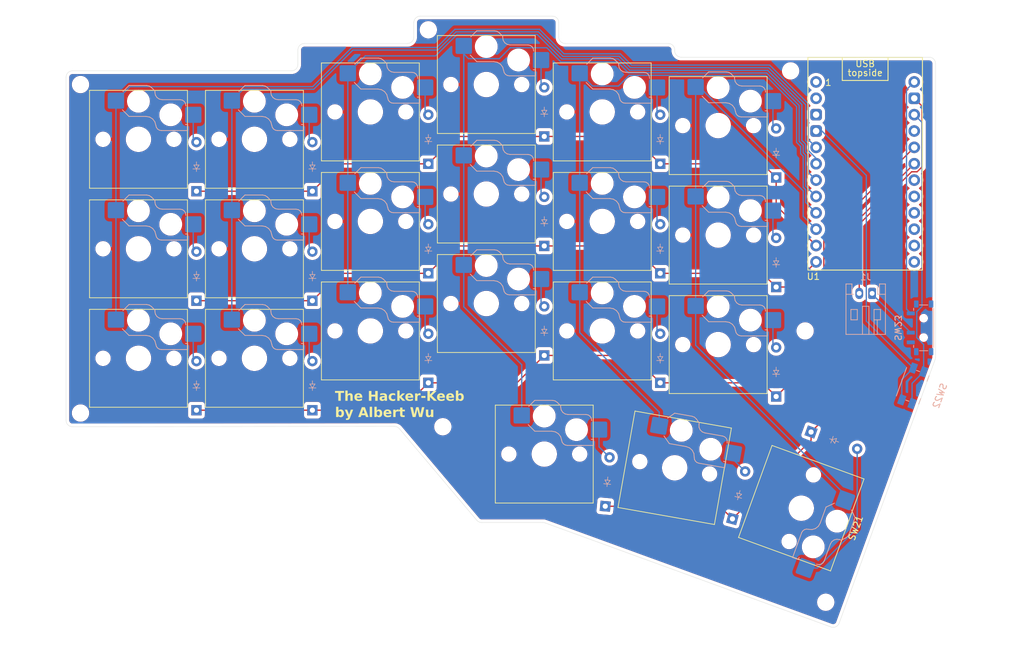
<source format=kicad_pcb>
(kicad_pcb (version 20241229) (generator "pcbnew") (generator_version "9.0")
  (layers (0 "F.Cu" signal) (2 "B.Cu" signal) (13 "F.Paste" user) (15 "B.Paste" user) (5 "F.SilkS" user "F.Silkscreen") (7 "B.SilkS" user "B.Silkscreen") (1 "F.Mask" user) (3 "B.Mask" user) (25 "Edge.Cuts" user))
  (net 0 "")
  (net 1 "Net-(D1-A)")
  (net 2 "Row 1")
  (net 3 "Net-(D2-A)")
  (net 4 "Net-(D3-A)")
  (net 5 "Net-(D4-A)")
  (net 6 "Net-(D5-A)")
  (net 7 "Net-(D6-A)")
  (net 8 "Column 6")
  (net 9 "Net-(D7-A)")
  (net 10 "Net-(D8-A)")
  (net 11 "Net-(D9-A)")
  (net 12 "Net-(D10-A)")
  (net 13 "Net-(D11-A)")
  (net 14 "Net-(D12-A)")
  (net 15 "Net-(D13-A)")
  (net 16 "Net-(D14-A)")
  (net 17 "Net-(D15-A)")
  (net 18 "Net-(D16-A)")
  (net 19 "Net-(D17-A)")
  (net 20 "Net-(D18-A)")
  (net 21 "Net-(D19-A)")
  (net 22 "Row 4")
  (net 23 "Net-(D20-A)")
  (net 24 "Net-(D21-A)")
  (net 25 "Column 1")
  (net 26 "Column 2")
  (net 27 "Column 3")
  (net 28 "Column 4")
  (net 29 "Column 5")
  (net 30 "Row 2")
  (net 31 "Row 3")
  (net 32 "Bat+")
  (net 33 "Net-(J1-Pin_1)")
  (net 41 "GND(Battery)")
  (net 43 "GND(Reset)")
  (net 46 "Reset")
  (footprint "ScottoKeebs_Hotswap:Hotswap_Choc_V1_1.00u" (layer "F.Cu") (at 67.5 95.625)
    (property "Reference" "SW8" (hide yes))
    (property "Value" "Keyswitch" (hide yes))
  )
  (footprint "MountingHole:MountingHole_2.2mm_M2" (layer "F.Cu") (at 96.75 123.25)
    (property "Reference" "REF**" (hide yes))
    (property "Value" "MountingHole_2.2mm_M2" (hide yes))
  )
  (footprint "ScottoKeebs_Hotswap:Hotswap_Choc_V1_1.00u" (layer "F.Cu") (at 85.5 91.375)
    (property "Reference" "SW9" (hide yes))
    (property "Value" "Keyswitch" (hide yes))
  )
  (footprint "MountingHole:MountingHole_2.2mm_M2" (layer "F.Cu") (at 153 108.375)
    (property "Reference" "REF**" (hide yes))
    (property "Value" "MountingHole_2.2mm_M2" (hide yes))
  )
  (footprint "MountingHole:MountingHole_2.2mm_M2" (layer "F.Cu") (at 156.2 150.5)
    (property "Reference" "REF**" (hide yes))
    (property "Value" "MountingHole_2.2mm_M2" (hide yes))
  )
  (footprint "ScottoKeebs_Hotswap:Hotswap_Choc_V1_1.50u" (layer "F.Cu") (at 152.4 135.9 -110)
    (property "Reference" "SW21")
    (property "Value" "Keyswitch")
  )
  (footprint "ScottoKeebs_Hotswap:Hotswap_Choc_V1_1.00u" (layer "F.Cu") (at 103.5 104.125)
    (property "Reference" "SW16" (hide yes))
    (property "Value" "Keyswitch" (hide yes))
  )
  (footprint "ScottoKeebs_Hotswap:Hotswap_Choc_V1_1.00u" (layer "F.Cu") (at 139.5 93.5)
    (property "Reference" "SW12" (hide yes))
    (property "Value" "Keyswitch" (hide yes))
  )
  (footprint "MountingHole:MountingHole_2.2mm_M2" (layer "F.Cu") (at 40.5 70.125)
    (property "Reference" "REF**" (hide yes))
    (property "Value" "MountingHole_2.2mm_M2" (hide yes))
  )
  (footprint "MountingHole:MountingHole_2.2mm_M2" (layer "F.Cu") (at 94.5 61.625)
    (property "Reference" "REF**" (hide yes))
    (property "Value" "MountingHole_2.2mm_M2" (hide yes))
  )
  (footprint "ScottoKeebs_Hotswap:Hotswap_Choc_V1_1.00u" (layer "F.Cu") (at 121.5 108.375)
    (property "Reference" "SW17" (hide yes))
    (property "Value" "Keyswitch" (hide yes))
  )
  (footprint "ScottoKeebs_Hotswap:Hotswap_Choc_V1_1.00u" (layer "F.Cu") (at 85.5 74.375)
    (property "Reference" "SW3" (hide yes))
    (property "Value" "Keyswitch" (hide yes))
  )
  (footprint "ScottoKeebs_Hotswap:Hotswap_Choc_V1_1.00u" (layer "F.Cu") (at 132.75 129.625 -10)
    (property "Reference" "SW20" (hide yes))
    (property "Value" "Keyswitch" (hide yes))
  )
  (footprint "ScottoKeebs_Hotswap:Hotswap_Choc_V1_1.00u" (layer "F.Cu") (at 67.5 78.625)
    (property "Reference" "SW2" (hide yes))
    (property "Value" "Keyswitch" (hide yes))
  )
  (footprint "ScottoKeebs_Hotswap:Hotswap_Choc_V1_1.00u" (layer "F.Cu") (at 85.5 108.375)
    (property "Reference" "SW15" (hide yes))
    (property "Value" "Keyswitch" (hide yes))
  )
  (footprint "supermini:SuperMini_nRF52840_H_USBup" (layer "F.Cu") (at 162.32 83.69)
    (property "Reference" "U1")
    (property "Value" "SuperMini nRF52840")
  )
  (footprint "ScottoKeebs_Hotswap:Hotswap_Choc_V1_1.00u" (layer "F.Cu") (at 139.5 110.5)
    (property "Reference" "SW18" (hide yes))
    (property "Value" "Keyswitch" (hide yes))
  )
  (footprint "ScottoKeebs_Hotswap:Hotswap_Choc_V1_1.00u" (layer "F.Cu") (at 112.5 127.5)
    (property "Reference" "SW19" (hide yes))
    (property "Value" "Keyswitch" (hide yes))
  )
  (footprint "ScottoKeebs_Hotswap:Hotswap_Choc_V1_1.00u" (layer "F.Cu") (at 49.5 78.625)
    (property "Reference" "SW1" (hide yes))
    (property "Value" "Keyswitch" (hide yes))
  )
  (footprint "ScottoKeebs_Hotswap:Hotswap_Choc_V1_1.00u" (layer "F.Cu") (at 49.5 112.625)
    (property "Reference" "SW13" (hide yes))
    (property "Value" "Keyswitch" (hide yes))
  )
  (footprint "ScottoKeebs_Hotswap:Hotswap_Choc_V1_1.00u" (layer "F.Cu") (at 103.5 87.125)
    (property "Reference" "SW10" (hide yes))
    (property "Value" "Keyswitch" (hide yes))
  )
  (footprint "ScottoKeebs_Hotswap:Hotswap_Choc_V1_1.00u" (layer "F.Cu") (at 121.5 91.375)
    (property "Reference" "SW11" (hide yes))
    (property "Value" "Keyswitch" (hide yes))
  )
  (footprint "ScottoKeebs_Hotswap:Hotswap_Choc_V1_1.00u" (layer "F.Cu") (at 103.5 70.125)
    (property "Reference" "SW4" (hide yes))
    (property "Value" "Keyswitch" (hide yes))
  )
  (footprint "ScottoKeebs_Hotswap:Hotswap_Choc_V1_1.00u" (layer "F.Cu") (at 67.5 112.625)
    (property "Reference" "SW14" (hide yes))
    (property "Value" "Keyswitch" (hide yes))
  )
  (footprint "ScottoKeebs_Hotswap:Hotswap_Choc_V1_1.00u" (layer "F.Cu") (at 121.5 74.375)
    (property "Reference" "SW5" (hide yes))
    (property "Value" "Keyswitch" (hide yes))
  )
  (footprint "ScottoKeebs_Hotswap:Hotswap_Choc_V1_1.00u" (layer "F.Cu") (at 49.5 95.625)
    (property "Reference" "SW7" (hide yes))
    (property "Value" "Keyswitch" (hide yes))
  )
  (footprint "MountingHole:MountingHole_2.2mm_M2" (layer "F.Cu") (at 150.75 68)
    (property "Reference" "REF**" (hide yes))
    (property "Value" "MountingHole_2.2mm_M2" (hide yes))
  )
  (footprint "ScottoKeebs_Hotswap:Hotswap_Choc_V1_1.00u" (layer "F.Cu") (at 139.5 76.5)
    (property "Reference" "SW6" (hide yes))
    (property "Value" "Keyswitch" (hide yes))
  )
  (footprint "MountingHole:MountingHole_2.2mm_M2" (layer "F.Cu") (at 40.5 121.125)
    (property "Reference" "REF**" (hide yes))
    (property "Value" "MountingHole_2.2mm_M2" (hide yes))
  )
  (footprint "ScottoKeebs_Components:Diode_DO-35" (layer "B.Cu") (at 76.5 86.685 90)
    (property "Reference" "D2" (hide yes))
    (property "Value" "1N4148" (hide yes))
  )
  (footprint "ScottoKeebs_Components:Diode_DO-35" (layer "B.Cu") (at 94.5 99.435 90)
    (property "Reference" "D9" (hide yes))
    (property "Value" "1N4148" (hide yes))
  )
  (footprint "ScottoKeebs_Components:Diode_DO-35" (layer "B.Cu") (at 94.5 82.435 90)
    (property "Reference" "D3" (hide yes))
    (property "Value" "1N4148" (hide yes))
  )
  (footprint "ScottoKeebs_Components:Diode_DO-35" (layer "B.Cu") (at 112.5 112.185 90)
    (property "Reference" "D16" (hide yes))
    (property "Value" "1N4148" (hide yes))
  )
  (footprint "ScottoKeebs_Components:Diode_DO-35" (layer "B.Cu") (at 112.5 78.185 90)
    (property "Reference" "D4" (hide yes))
    (property "Value" "1N4148" (hide yes))
  )
  (footprint "Button_Switch_SMD:Panasonic_EVQPUJ_EVQPUA" (layer "B.Cu") (at 169.7 116.9 70)
    (property "Reference" "SW22")
    (property "Value" "SW_Push")
  )
  (footprint "ScottoKeebs_Components:Diode_DO-35" (layer "B.Cu") (at 148.5 101.56 90)
    (property "Reference" "D12" (hide yes))
    (property "Value" "1N4148" (hide yes))
  )
  (footprint "ScottoKeebs_Components:Diode_DO-35" (layer "B.Cu") (at 76.5 120.685 90)
    (property "Reference" "D14" (hide yes))
    (property "Value" "1N4148" (hide yes))
  )
  (footprint "ScottoKeebs_Components:Diode_DO-35" (layer "B.Cu") (at 141.713901 137.555177 75)
    (property "Reference" "D20" (hide yes))
    (property "Value" "1N4148" (hide yes))
  )
  (footprint "ScottoKeebs_Components:Diode_DO-35" (layer "B.Cu") (at 130.5 99.435 90)
    (property "Reference" "D11" (hide yes))
    (property "Value" "1N4148" (hide yes))
  )
  (footprint "ScottoKeebs_Components:Diode_DO-35" (layer "B.Cu") (at 153.91977 124.071904 -20)
    (property "Reference" "D21" (hide yes))
    (property "Value" "1N4148" (hide yes))
  )
  (footprint "Connector_JST:JST_PH_S2B-PH-K_1x02_P2.00mm_Horizontal" (layer "B.Cu") (at 163.4 102.55 180)
    (property "Reference" "J1")
    (property "Value" "Conn_01x02")
  )
  (footprint "ScottoKeebs_Components:Diode_DO-35" (layer "B.Cu") (at 130.5 116.435 90)
    (property "Reference" "D17" (hide yes))
    (property "Value" "1N4148" (hide yes))
  )
  (footprint "ScottoKeebs_Components:Diode_DO-35" (layer "B.Cu") (at 121.967937 135.595502 85)
    (property "Reference" "D19" (hide yes))
    (property "Value" "1N4148" (hide yes))
  )
  (footprint "ScottoKeebs_Components:Diode_DO-35" (layer "B.Cu") (at 58.5 120.685 90)
    (property "Reference" "D13" (hide yes))
    (property "Value" "1N4148" (hide yes))
  )
  (footprint "ScottoKeebs_Components:Switch_MSK12C02" (layer "B.Cu") (at 171.4 107.9 90)
    (property "Reference" "SW23")
    (property "Value" "SW_SPST")
  )
  (footprint "ScottoKeebs_Components:Diode_DO-35" (layer "B.Cu") (at 76.5 103.685 90)
    (property "Reference" "D8" (hide yes))
    (property "Value" "1N4148" (hide yes))
  )
  (footprint "ScottoKeebs_Components:Diode_DO-35" (layer "B.Cu") (at 58.5 103.685 90)
    (property "Reference" "D7" (hide yes))
    (property "Value" "1N4148" (hide yes))
  )
  (footprint "ScottoKeebs_Components:Diode_DO-35" (layer "B.Cu") (at 94.5 116.435 90)
    (property "Reference" "D15" (hide yes))
    (property "Value" "1N4148" (hide yes))
  )
  (footprint "ScottoKeebs_Components:Diode_DO-35" (layer "B.Cu") (at 130.5 82.435 90)
    (property "Reference" "D5" (hide yes))
    (property "Value" "1N4148" (hide yes))
  )
  (footprint "ScottoKeebs_Components:Diode_DO-35" (layer "B.Cu") (at 148.5 84.56 90)
    (property "Reference" "D6" (hide yes))
    (property "Value" "1N4148" (hide yes))
  )
  (footprint "ScottoKeebs_Components:Diode_DO-35" (layer "B.Cu") (at 58.5 86.685 90)
    (property "Reference" "D1" (hide yes))
    (property "Value" "1N4148" (hide yes))
  )
  (footprint "ScottoKeebs_Components:Diode_DO-35" (layer "B.Cu") (at 148.5 118.56 90)
    (property "Reference" "D18" (hide yes))
    (property "Value" "1N4148" (hide yes))
  )
  (footprint "ScottoKeebs_Components:Diode_DO-35" (layer "B.Cu") (at 112.5 95.185 90)
    (property "Reference" "D10" (hide yes))
    (property "Value" "1N4148" (hide yes))
  )
  (gr_arc (start 74.25 67) (mid 73.957107 67.707107) (end 73.25 68) (stroke (width 0.05)) (layer "Edge.Cuts"))
  (gr_line (start 92.25 62.75) (end 92.25 60.5) (stroke (width 0.05)) (layer "Edge.Cuts"))
  (gr_line (start 147.330455 150.814308) (end 157.004625 154.335906) (stroke (width 0.05)) (layer "Edge.Cuts"))
  (gr_line (start 39.25 68) (end 73.25 68) (stroke (width 0.05)) (layer "Edge.Cuts"))
  (gr_line (start 75.25 63.75) (end 91.25 63.75) (stroke (width 0.05)) (layer "Edge.Cuts"))
  (gr_arc (start 89.235453 123.20046) (mid 89.656852 123.293124) (end 89.999986 123.554701) (stroke (width 0.05)) (layer "Edge.Cuts"))
  (gr_line (start 102.786631 138.125) (end 112.289938 138.125) (stroke (width 0.05)) (layer "Edge.Cuts"))
  (gr_line (start 39.25 123.25) (end 89.235453 123.20046) (stroke (width 0.05)) (layer "Edge.Cuts"))
  (gr_line (start 133.75 65.875) (end 172.23 65.875) (stroke (width 0.05)) (layer "Edge.Cuts"))
  (gr_line (start 93.25 59.5) (end 113.75 59.5) (stroke (width 0.05)) (layer "Edge.Cuts"))
  (gr_arc (start 133.75 65.875) (mid 133.042893 65.582107) (end 132.75 64.875) (stroke (width 0.05)) (layer "Edge.Cuts"))
  (gr_line (start 74.25 67) (end 74.25 64.75) (stroke (width 0.05)) (layer "Edge.Cuts"))
  (gr_arc (start 158.286389 153.738223) (mid 157.769294 154.302516) (end 157.004625 154.335906) (stroke (width 0.05)) (layer "Edge.Cuts"))
  (gr_line (start 173.25 66.875) (end 173.25 112.446207) (stroke (width 0.05)) (layer "Edge.Cuts"))
  (gr_line (start 89.999986 123.554701) (end 102.023089 137.770758) (stroke (width 0.05)) (layer "Edge.Cuts"))
  (gr_arc (start 39.25 123.25) (mid 38.542893 122.957107) (end 38.25 122.25) (stroke (width 0.05)) (layer "Edge.Cuts"))
  (gr_arc (start 113.75 59.5) (mid 114.457107 59.792893) (end 114.75 60.5) (stroke (width 0.05)) (layer "Edge.Cuts"))
  (gr_arc (start 74.25 64.75) (mid 74.542893 64.042893) (end 75.25 63.75) (stroke (width 0.05)) (layer "Edge.Cuts"))
  (gr_arc (start 172.23 65.875) (mid 172.950141 66.160716) (end 173.2502 66.875) (stroke (width 0.05)) (layer "Edge.Cuts"))
  (gr_arc (start 115.75 63.75) (mid 115.042893 63.457107) (end 114.75 62.75) (stroke (width 0.05)) (layer "Edge.Cuts"))
  (gr_arc (start 131.75 63.75) (mid 132.457107 64.042893) (end 132.75 64.75) (stroke (width 0.05)) (layer "Edge.Cuts"))
  (gr_line (start 147.330455 150.814308) (end 112.631953 138.185306) (stroke (width 0.05)) (layer "Edge.Cuts"))
  (gr_line (start 115.75 63.75) (end 131.75 63.75) (stroke (width 0.05)) (layer "Edge.Cuts"))
  (gr_arc (start 38.25 69) (mid 38.542893 68.292893) (end 39.25 68) (stroke (width 0.05)) (layer "Edge.Cuts"))
  (gr_line (start 132.75 64.75) (end 132.75 64.875) (stroke (width 0.05)) (layer "Edge.Cuts"))
  (gr_arc (start 112.289938 138.125) (mid 112.463582 138.140198) (end 112.631953 138.185306) (stroke (width 0.05)) (layer "Edge.Cuts"))
  (gr_arc (start 102.786631 138.125) (mid 102.365766 138.032138) (end 102.023089 137.770758) (stroke (width 0.05)) (layer "Edge.Cuts"))
  (gr_arc (start 92.25 62.75) (mid 91.957107 63.457107) (end 91.25 63.75) (stroke (width 0.05)) (layer "Edge.Cuts"))
  (gr_arc (start 92.25 60.5) (mid 92.542893 59.792893) (end 93.25 59.5) (stroke (width 0.05)) (layer "Edge.Cuts"))
  (gr_arc (start 173.25 112.446207) (mid 173.234808 112.619845) (end 173.189699 112.788209) (stroke (width 0.05)) (layer "Edge.Cuts"))
  (gr_line (start 173.189699 112.788209) (end 158.286389 153.738223) (stroke (width 0.05)) (layer "Edge.Cuts"))
  (gr_line (start 38.25 122.25) (end 38.25 69) (stroke (width 0.05)) (layer "Edge.Cuts"))
  (gr_line (start 114.75 60.5) (end 114.75 62.75) (stroke (width 0.05)) (layer "Edge.Cuts"))
  (gr_text "The Hacker-Keeb\nby Albert Wu" (at 80 122 0) (layer "F.SilkS") (effects (font (size 1.5 1.5) (thickness 0.3) (bold yes)) (justify left bottom)))
  (segment (start 58 78.565) (end 58.5 79.065) (width 0.2) (layer "B.Cu") (net 1))
  (segment (start 58 74.825) (end 58 78.565) (width 0.2) (layer "B.Cu") (net 1))
  (segment (start 148.5 88.92) (end 148.5 84.56) (width 0.2) (layer "F.Cu") (net 2))
  (segment (start 94.5 82.435) (end 98.75 78.185) (width 0.2) (layer "F.Cu") (net 2))
  (segment (start 154.7 95.12) (end 148.5 88.92) (width 0.2) (layer "F.Cu") (net 2))
  (segment (start 98.75 78.185) (end 112.5 78.185) (width 0.2) (layer "F.Cu") (net 2))
  (segment (start 76.5 86.685) (end 80.75 82.435) (width 0.2) (layer "F.Cu") (net 2))
  (segment (start 126.25 78.185) (end 130.5 82.435) (width 0.2) (layer "F.Cu") (net 2))
  (segment (start 130.5 82.435) (end 146.375 82.435) (width 0.2) (layer "F.Cu") (net 2))
  (segment (start 112.5 78.185) (end 126.25 78.185) (width 0.2) (layer "F.Cu") (net 2))
  (segment (start 58.5 86.685) (end 76.5 86.685) (width 0.2) (layer "F.Cu") (net 2))
  (segment (start 146.375 82.435) (end 148.5 84.56) (width 0.2) (layer "F.Cu") (net 2))
  (segment (start 80.75 82.435) (end 94.5 82.435) (width 0.2) (layer "F.Cu") (net 2))
  (segment (start 76 78.565) (end 76.5 79.065) (width 0.2) (layer "B.Cu") (net 3))
  (segment (start 76 74.825) (end 76 78.565) (width 0.2) (layer "B.Cu") (net 3))
  (segment (start 94 74.315) (end 94.5 74.815) (width 0.2) (layer "B.Cu") (net 4))
  (segment (start 94 70.575) (end 94 74.315) (width 0.2) (layer "B.Cu") (net 4))
  (segment (start 112 66.325) (end 112 70.065) (width 0.2) (layer "B.Cu") (net 5))
  (segment (start 112 70.065) (end 112.5 70.565) (width 0.2) (layer "B.Cu") (net 5))
  (segment (start 130 74.315) (end 130.5 74.815) (width 0.2) (layer "B.Cu") (net 6))
  (segment (start 130 70.575) (end 130 74.315) (width 0.2) (layer "B.Cu") (net 6))
  (segment (start 148 76.44) (end 148.5 76.94) (width 0.2) (layer "B.Cu") (net 7))
  (segment (start 148 72.7) (end 148 76.44) (width 0.2) (layer "B.Cu") (net 7))
  (segment (start 159.235226 133.845915) (end 159.235226 134.663197) (width 0.2) (layer "B.Cu") (net 8))
  (segment (start 136 110.610689) (end 159.235226 133.845915) (width 0.2) (layer "B.Cu") (net 8))
  (segment (start 136 104.5) (end 136 110.610689) (width 0.2) (layer "B.Cu") (net 8))
  (segment (start 152.699 86.631785) (end 152.699 90.579) (width 0.2) (layer "B.Cu") (net 8))
  (segment (start 152.699 90.579) (end 154.7 92.58) (width 0.2) (layer "B.Cu") (net 8))
  (segment (start 136 70.5) (end 136.567215 70.5) (width 0.2) (layer "B.Cu") (net 8))
  (segment (start 136 87.5) (end 136 104.5) (width 0.2) (layer "B.Cu") (net 8))
  (segment (start 136 70.5) (end 136 87.5) (width 0.2) (layer "B.Cu") (net 8))
  (segment (start 136.567215 70.5) (end 152.699 86.631785) (width 0.2) (layer "B.Cu") (net 8))
  (segment (start 58 91.825) (end 58 95.565) (width 0.2) (layer "B.Cu") (net 9))
  (segment (start 58 95.565) (end 58.5 96.065) (width 0.2) (layer "B.Cu") (net 9))
  (segment (start 76 91.825) (end 76 95.565) (width 0.2) (layer "B.Cu") (net 10))
  (segment (start 76 95.565) (end 76.5 96.065) (width 0.2) (layer "B.Cu") (net 10))
  (segment (start 94 91.315) (end 94.5 91.815) (width 0.2) (layer "B.Cu") (net 11))
  (segment (start 94 87.575) (end 94 91.315) (width 0.2) (layer "B.Cu") (net 11))
  (segment (start 112 83.325) (end 112 87.065) (width 0.2) (layer "B.Cu") (net 12))
  (segment (start 112 87.065) (end 112.5 87.565) (width 0.2) (layer "B.Cu") (net 12))
  (segment (start 130 91.315) (end 130.5 91.815) (width 0.2) (layer "B.Cu") (net 13))
  (segment (start 130 87.575) (end 130 91.315) (width 0.2) (layer "B.Cu") (net 13))
  (segment (start 148 89.7) (end 148 93.44) (width 0.2) (layer "B.Cu") (net 14))
  (segment (start 148 93.44) (end 148.5 93.94) (width 0.2) (layer "B.Cu") (net 14))
  (segment (start 58 112.565) (end 58.5 113.065) (width 0.2) (layer "B.Cu") (net 15))
  (segment (start 58 108.825) (end 58 112.565) (width 0.2) (layer "B.Cu") (net 15))
  (segment (start 76 112.565) (end 76.5 113.065) (width 0.2) (layer "B.Cu") (net 16))
  (segment (start 76 108.825) (end 76 112.565) (width 0.2) (layer "B.Cu") (net 16))
  (segment (start 94 104.575) (end 94 108.315) (width 0.2) (layer "B.Cu") (net 17))
  (segment (start 94 108.315) (end 94.5 108.815) (width 0.2) (layer "B.Cu") (net 17))
  (segment (start 112 104.065) (end 112.5 104.565) (width 0.2) (layer "B.Cu") (net 18))
  (segment (start 112 100.325) (end 112 104.065) (width 0.2) (layer "B.Cu") (net 18))
  (segment (start 130 108.315) (end 130.5 108.815) (width 0.2) (layer "B.Cu") (net 19))
  (segment (start 130 104.575) (end 130 108.315) (width 0.2) (layer "B.Cu") (net 19))
  (segment (start 148 106.7) (end 148 110.44) (width 0.2) (layer "B.Cu") (net 20))
  (segment (start 148 110.44) (end 148.5 110.94) (width 0.2) (layer "B.Cu") (net 20))
  (segment (start 121 123.7) (end 121 126.372434) (width 0.2) (layer "B.Cu") (net 21))
  (segment (start 121 126.372434) (end 122.632064 128.004498) (width 0.2) (layer "B.Cu") (net 21))
  (segment (start 156.302 121.689674) (end 153.91977 124.071904) (width 0.2) (layer "F.Cu") (net 22))
  (segment (start 121.967937 135.595502) (end 139.754226 135.595502) (width 0.2) (layer "F.Cu") (net 22))
  (segment (start 156.302 96.058) (end 156.302 121.689674) (width 0.2) (layer "F.Cu") (net 22))
  (segment (start 139.754226 135.595502) (end 141.713901 137.555177) (width 0.2) (layer "F.Cu") (net 22))
  (segment (start 153.91977 125.349308) (end 153.91977 124.071904) (width 0.2) (layer "F.Cu") (net 22))
  (segment (start 169.94 82.42) (end 156.302 96.058) (width 0.2) (layer "F.Cu") (net 22))
  (segment (start 141.713901 137.555177) (end 153.91977 125.349308) (width 0.2) (layer "F.Cu") (net 22))
  (segment (start 141.780729 127.35874) (end 141.780729 128.289449) (width 0.2) (layer "B.Cu") (net 23))
  (segment (start 141.780729 128.289449) (end 143.686102 130.194822) (width 0.2) (layer "B.Cu") (net 23))
  (segment (start 154.88496 145.187064) (end 161.080228 138.991796) (width 0.2) (layer "B.Cu") (net 24))
  (segment (start 153.06366 145.187064) (end 154.88496 145.187064) (width 0.2) (layer "B.Cu") (net 24))
  (segment (start 161.080228 138.991796) (end 161.080228 126.678097) (width 0.2) (layer "B.Cu") (net 24))
  (segment (start 111.759 61.549) (end 115.56 65.35) (width 0.2) (layer "B.Cu") (net 25))
  (segment (start 76.547326 70.448) (end 82.624224 64.371102) (width 0.2) (layer "B.Cu") (net 25))
  (segment (start 126.048999 67.098999) (end 147.488999 67.098999) (width 0.2) (layer "B.Cu") (net 25))
  (segment (start 124.3 65.35) (end 126.048999 67.098999) (width 0.2) (layer "B.Cu") (net 25))
  (segment (start 46 89.625) (end 46 106.625) (width 0.2) (layer "B.Cu") (net 25))
  (segment (start 48.177 70.448) (end 76.547326 70.448) (width 0.2) (layer "B.Cu") (net 25))
  (segment (start 95.80571 64.371102) (end 98.627812 61.549) (width 0.2) (layer "B.Cu") (net 25))
  (segment (start 46 72.625) (end 48.177 70.448) (width 0.2) (layer "B.Cu") (net 25))
  (segment (start 153.499 73.109) (end 153.499 78.679) (width 0.2) (layer "B.Cu") (net 25))
  (segment (start 98.627812 61.549) (end 111.759 61.549) (width 0.2) (layer "B.Cu") (net 25))
  (segment (start 153.499 78.679) (end 154.7 79.88) (width 0.2) (layer "B.Cu") (net 25))
  (segment (start 115.56 65.35) (end 124.3 65.35) (width 0.2) (layer "B.Cu") (net 25))
  (segment (start 82.624224 64.371102) (end 95.80571 64.371102) (width 0.2) (layer "B.Cu") (net 25))
  (segment (start 46 72.625) (end 46 89.625) (width 0.2) (layer "B.Cu") (net 25))
  (segment (start 147.488999 67.098999) (end 153.499 73.109) (width 0.2) (layer "B.Cu") (net 25))
  (segment (start 153.499 79.244686) (end 153.499 80.377471) (width 0.2) (layer "B.Cu") (net 26))
  (segment (start 154.7 81.578471) (end 154.7 82.42) (width 0.2) (layer "B.Cu") (net 26))
  (segment (start 111.594314 61.95) (end 115.394315 65.75) (width 0.2) (layer "B.Cu") (net 26))
  (segment (start 95.97081 64.773102) (end 96.392912 64.351) (width 0.2) (layer "B.Cu") (net 26))
  (segment (start 96.392912 64.351) (end 96.394326 64.351) (width 0.2) (layer "B.Cu") (net 26))
  (segment (start 153.099 78.844686) (end 153.499 79.244686) (width 0.2) (layer "B.Cu") (net 26))
  (segment (start 147.334314 67.51) (end 153.099 73.274686) (width 0.2) (layer "B.Cu") (net 26))
  (segment (start 153.499 80.377471) (end 154.7 81.578471) (width 0.2) (layer "B.Cu") (net 26))
  (segment (start 133.5 67.51) (end 147.334314 67.51) (width 0.2) (layer "B.Cu") (net 26))
  (segment (start 82.790738 64.773102) (end 95.97081 64.773102) (width 0.2) (layer "B.Cu") (net 26))
  (segment (start 64 106.625) (end 64 72.625) (width 0.2) (layer "B.Cu") (net 26))
  (segment (start 64 72.625) (end 65.776 70.849) (width 0.2) (layer "B.Cu") (net 26))
  (segment (start 133.488999 67.498999) (end 133.5 67.51) (width 0.2) (layer "B.Cu") (net 26))
  (segment (start 76.71484 70.849) (end 82.790738 64.773102) (width 0.2) (layer "B.Cu") (net 26))
  (segment (start 96.394326 64.351) (end 98.795326 61.95) (width 0.2) (layer "B.Cu") (net 26))
  (segment (start 115.394315 65.75) (end 124.134314 65.75) (width 0.2) (layer "B.Cu") (net 26))
  (segment (start 153.099 73.274686) (end 153.099 78.844686) (width 0.2) (layer "B.Cu") (net 26))
  (segment (start 98.795326 61.95) (end 111.594314 61.95) (width 0.2) (layer "B.Cu") (net 26))
  (segment (start 65.776 70.849) (end 76.71484 70.849) (width 0.2) (layer "B.Cu") (net 26))
  (segment (start 125.883314 67.498999) (end 133.488999 67.498999) (width 0.2) (layer "B.Cu") (net 26))
  (segment (start 124.134314 65.75) (end 125.883314 67.498999) (width 0.2) (layer "B.Cu") (net 26))
  (segment (start 64 106.625) (end 64 89.625) (width 0.2) (layer "B.Cu") (net 26))
  (segment (start 133.323313 67.898999) (end 133.348315 67.924001) (width 0.2) (layer "B.Cu") (net 27))
  (segment (start 98.96384 62.35) (end 111.400429 62.35) (width 0.2) (layer "B.Cu") (net 27))
  (segment (start 153.099 80.543157) (end 153.499 80.943157) (width 0.2) (layer "B.Cu") (net 27))
  (segment (start 115.200429 66.15) (end 123.968628 66.15) (width 0.2) (layer "B.Cu") (net 27))
  (segment (start 123.968628 66.15) (end 125.717629 67.898999) (width 0.2) (layer "B.Cu") (net 27))
  (segment (start 95.63784 65.676) (end 98.96384 62.35) (width 0.2) (layer "B.Cu") (net 27))
  (segment (start 125.717629 67.898999) (end 133.323313 67.898999) (width 0.2) (layer "B.Cu") (net 27))
  (segment (start 82 102.375) (end 82 85.375) (width 0.2) (layer "B.Cu") (net 27))
  (segment (start 147.182629 67.924001) (end 152.49 73.231372) (width 0.2) (layer "B.Cu") (net 27))
  (segment (start 153.499 80.943157) (end 153.499 83.759) (width 0.2) (layer "B.Cu") (net 27))
  (segment (start 82 68.375) (end 84.699 65.676) (width 0.2) (layer "B.Cu") (net 27))
  (segment (start 82 102.375) (end 82 68.375) (width 0.2) (layer "B.Cu") (net 27))
  (segment (start 153.099 79.410372) (end 153.099 80.543157) (width 0.2) (layer "B.Cu") (net 27))
  (segment (start 152.49 78.801372) (end 153.099 79.410372) (width 0.2) (layer "B.Cu") (net 27))
  (segment (start 152.49 73.231372) (end 152.49 78.801372) (width 0.2) (layer "B.Cu") (net 27))
  (segment (start 133.348315 67.924001) (end 147.182629 67.924001) (width 0.2) (layer "B.Cu") (net 27))
  (segment (start 84.699 65.676) (end 95.63784 65.676) (width 0.2) (layer "B.Cu") (net 27))
  (segment (start 111.400429 62.35) (end 115.200429 66.15) (width 0.2) (layer "B.Cu") (net 27))
  (segment (start 153.499 83.759) (end 154.7 84.96) (width 0.2) (layer "B.Cu") (net 27))
  (segment (start 152.07 78.947058) (end 152.698 79.575058) (width 0.2) (layer "B.Cu") (net 28))
  (segment (start 100 64.125) (end 100 65.375) (width 0.2) (layer "B.Cu") (net 28))
  (segment (start 100 98.125) (end 100 104.625) (width 0.2) (layer "B.Cu") (net 28))
  (segment (start 113.576 65.12447) (end 115.05053 66.599) (width 0.2) (layer "B.Cu") (net 28))
  (segment (start 105.524685 66.101) (end 107.215685 64.41) (width 0.2) (layer "B.Cu") (net 28))
  (segment (start 100 65.375) (end 100.726 66.101) (width 0.2) (layer "B.Cu") (net 28))
  (segment (start 153.098 81.109257) (end 153.098 85.898) (width 0.2) (layer "B.Cu") (net 28))
  (segment (start 107.215685 64.41) (end 112.894743 64.41) (width 0.2) (layer "B.Cu") (net 28))
  (segment (start 152.698 79.575058) (end 152.698 80.709257) (width 0.2) (layer "B.Cu") (net 28))
  (segment (start 152.07 73.377058) (end 152.07 78.947058) (width 0.2) (layer "B.Cu") (net 28))
  (segment (start 147.017943 68.325001) (end 152.07 73.377058) (width 0.2) (layer "B.Cu") (net 28))
  (segment (start 100.726 66.101) (end 105.524685 66.101) (width 0.2) (layer "B.Cu") (net 28))
  (segment (start 153.098 85.898) (end 154.7 87.5) (width 0.2) (layer "B.Cu") (net 28))
  (segment (start 125.551944 68.298999) (end 133.156213 68.298999) (width 0.2) (layer "B.Cu") (net 28))
  (segment (start 133.182215 68.325001) (end 147.017943 68.325001) (width 0.2) (layer "B.Cu") (net 28))
  (segment (start 123.851943 66.599) (end 125.551944 68.298999) (width 0.2) (layer "B.Cu") (net 28))
  (segment (start 152.698 80.709257) (end 153.098 81.109257) (width 0.2) (layer "B.Cu") (net 28))
  (segment (start 109 113.625) (end 109 121.5) (width 0.2) (layer "B.Cu") (net 28))
  (segment (start 100 64.125) (end 100 98.125) (width 0.2) (layer "B.Cu") (net 28))
  (segment (start 113.576 65.091257) (end 113.576 65.12447) (width 0.2) (layer "B.Cu") (net 28))
  (segment (start 100 64.125) (end 100 81.125) (width 0.2) (layer "B.Cu") (net 28))
  (segment (start 112.894743 64.41) (end 113.576 65.091257) (width 0.2) (layer "B.Cu") (net 28))
  (segment (start 100 104.625) (end 109 113.625) (width 0.2) (layer "B.Cu") (net 28))
  (segment (start 115.05053 66.599) (end 123.851943 66.599) (width 0.2) (layer "B.Cu") (net 28))
  (segment (start 133.156213 68.298999) (end 133.182215 68.325001) (width 0.2) (layer "B.Cu") (net 28))
  (segment (start 153.099 88.439) (end 154.7 90.04) (width 0.2) (layer "B.Cu") (net 29))
  (segment (start 151.67 73.542744) (end 151.67 79.112744) (width 0.2) (layer "B.Cu") (net 29))
  (segment (start 124.024685 70.351) (end 125.676686 68.698999) (width 0.2) (layer "B.Cu") (net 29))
  (segment (start 118 68.375) (end 118 87.125) (width 0.2) (layer "B.Cu") (net 29))
  (segment (start 118 102.375) (end 118 108.625) (width 0.2) (layer "B.Cu") (net 29))
  (segment (start 132.990528 68.698999) (end 133.01653 68.725001) (width 0.2) (layer "B.Cu") (net 29))
  (segment (start 118 68.375) (end 119.976 70.351) (width 0.2) (layer "B.Cu") (net 29))
  (segment (start 133.01653 68.725001) (end 146.852257 68.725001) (width 0.2) (layer "B.Cu") (net 29))
  (segment (start 125.676686 68.698999) (end 132.990528 68.698999) (width 0.2) (layer "B.Cu") (net 29))
  (segment (start 146.852257 68.725001) (end 151.67 73.542744) (width 0.2) (layer "B.Cu") (net 29))
  (segment (start 118 102.375) (end 118 87.125) (width 0.2) (layer "B.Cu") (net 29))
  (segment (start 152.298 80.874943) (end 152.698 81.274943) (width 0.2) (layer "B.Cu") (net 29))
  (segment (start 118 108.625) (end 130.345062 120.970062) (width 0.2) (layer "B.Cu") (net 29))
  (segment (start 152.698 86.0651) (end 153.099 86.4661) (width 0.2) (layer "B.Cu") (net 29))
  (segment (start 130.345062 120.970062) (end 130.345062 123.108385) (width 0.2) (layer "B.Cu") (net 29))
  (segment (start 151.67 79.112744) (end 152.298 79.740744) (width 0.2) (layer "B.Cu") (net 29))
  (segment (start 153.099 86.4661) (end 153.099 88.439) (width 0.2) (layer "B.Cu") (net 29))
  (segment (start 152.298 79.740744) (end 152.298 80.874943) (width 0.2) (layer "B.Cu") (net 29))
  (segment (start 118 87.125) (end 118 85.375) (width 0.2) (layer "B.Cu") (net 29))
  (segment (start 119.976 70.351) (end 124.024685 70.351) (width 0.2) (layer "B.Cu") (net 29))
  (segment (start 152.698 81.274943) (end 152.698 86.0651) (width 0.2) (layer "B.Cu") (net 29))
  (segment (start 98.75 95.185) (end 112.5 95.185) (width 0.2) (layer "F.Cu") (net 30))
  (segment (start 146.375 99.435) (end 148.5 101.56) (width 0.2) (layer "F.Cu") (net 30))
  (segment (start 150.8 101.56) (end 148.5 101.56) (width 0.2) (layer "F.Cu") (net 30))
  (segment (start 76.5 103.685) (end 80.75 99.435) (width 0.2) (layer "F.Cu") (net 30))
  (segment (start 126.25 95.185) (end 130.5 99.435) (width 0.2) (layer "F.Cu") (net 30))
  (segment (start 154.7 97.66) (end 150.8 101.56) (width 0.2) (layer "F.Cu") (net 30))
  (segment (start 80.75 99.435) (end 94.5 99.435) (width 0.2) (layer "F.Cu") (net 30))
  (segment (start 130.5 99.435) (end 146.375 99.435) (width 0.2) (layer "F.Cu") (net 30))
  (segment (start 94.5 99.435) (end 98.75 95.185) (width 0.2) (layer "F.Cu") (net 30))
  (segment (start 112.5 95.185) (end 126.25 95.185) (width 0.2) (layer "F.Cu") (net 30))
  (segment (start 58.5 103.685) (end 76.5 103.685) (width 0.2) (layer "F.Cu") (net 30))
  (segment (start 108.25 116.435) (end 112.5 112.185) (width 0.2) (layer "F.Cu") (net 31))
  (segment (start 126.25 112.185) (end 130.5 116.435) (width 0.2) (layer "F.Cu") (net 31))
  (segment (start 155.901 111.159) (end 148.5 118.56) (width 0.2) (layer "F.Cu") (net 31))
  (segment (start 90.25 120.685) (end 94.5 116.435) (width 0.2) (layer "F.Cu") (net 31))
  (segment (start 94.5 116.435) (end 108.25 116.435) (width 0.2) (layer "F.Cu") (net 31))
  (segment (start 58.5 120.685) (end 76.5 120.685) (width 0.2) (layer "F.Cu") (net 31))
  (segment (start 76.5 120.685) (end 90.25 120.685) (width 0.2) (layer "F.Cu") (net 31))
  (segment (start 169.94 79.88) (end 155.901 93.919) (width 0.2) (layer "F.Cu") (net 31))
  (segment (start 146.375 116.435) (end 148.5 118.56) (width 0.2) (layer "F.Cu") (net 31))
  (segment (start 112.5 112.185) (end 126.25 112.185) (width 0.2) (layer "F.Cu") (net 31))
  (segment (start 155.901 93.919) (end 155.901 111.159) (width 0.2) (layer "F.Cu") (net 31))
  (segment (start 130.5 116.435) (end 146.375 116.435) (width 0.2) (layer "F.Cu") (net 31))
  (segment (start 168.739 104.989) (end 168.739 70.921) (width 0.2) (layer "B.Cu") (net 32))
  (segment (start 168.739 70.921) (end 169.94 69.72) (width 0.2) (layer "B.Cu") (net 32))
  (segment (start 169.4 105.65) (end 168.739 104.989) (width 0.2) (layer "B.Cu") (net 32))
  (segment (start 169.4 108.65) (end 163.4 102.65) (width 0.2) (layer "B.Cu") (net 33))
  (segment (start 163.4 102.65) (end 163.4 102.55) (width 0.2) (layer "B.Cu") (net 33))
  (segment (start 170.388471 83.67) (end 171.141 82.917471) (width 0.2) (layer "F.Cu") (net 41))
  (segment (start 161.4 102.55) (end 161.4 91.801529) (width 0.2) (layer "F.Cu") (net 41))
  (segment (start 171.141 73.461) (end 169.94 72.26) (width 0.2) (layer "F.Cu") (net 41))
  (segment (start 169.531529 83.67) (end 170.388471 83.67) (width 0.2) (layer "F.Cu") (net 41))
  (segment (start 171.141 82.917471) (end 171.141 73.461) (width 0.2) (layer "F.Cu") (net 41))
  (segment (start 161.4 91.801529) (end 169.531529 83.67) (width 0.2) (layer "F.Cu") (net 41))
  (segment (start 162.499 106.842525) (end 162.499 84.239001) (width 0.2) (layer "B.Cu") (net 43))
  (segment (start 168.003458 119.075976) (end 168.003458 115.938195) (width 0.2) (layer "B.Cu") (net 43))
  (segment (start 155.599999 77.34) (end 154.7 77.34) (width 0.2) (layer "B.Cu") (net 43))
  (segment (start 169.799064 114.142589) (end 162.499 106.842525) (width 0.2) (layer "B.Cu") (net 43))
  (segment (start 162.499 84.239001) (end 155.599999 77.34) (width 0.2) (layer "B.Cu") (net 43))
  (segment (start 168.003458 115.938195) (end 169.799064 114.142589) (width 0.2) (layer "B.Cu") (net 43))
  (segment (start 171.141 76.001) (end 169.94 74.8) (width 0.2) (layer "B.Cu") (net 46))
  (segment (start 171.396542 114.724024) (end 171.396542 110.493972) (width 0.2) (layer "B.Cu") (net 46))
  (segment (start 169.600936 119.657411) (end 169.600936 116.51963) (width 0.2) (layer "B.Cu") (net 46))
  (segment (start 169.600936 116.51963) (end 171.396542 114.724024) (width 0.2) (layer "B.Cu") (net 46))
  (segment (start 170.326 105.39108) (end 171.141 104.57608) (width 0.2) (layer "B.Cu") (net 46))
  (segment (start 171.396542 110.493972) (end 170.326 109.42343) (width 0.2) (layer "B.Cu") (net 46))
  (segment (start 171.141 104.57608) (end 171.141 76.001) (width 0.2) (layer "B.Cu") (net 46))
  (segment (start 170.326 109.42343) (end 170.326 105.39108) (width 0.2) (layer "B.Cu") (net 46))
  (zone (net 0) (net_name "") (layers "F.Cu" "B.Cu") (connect_pads (clearance 0.5)) (min_thickness 0.25) (fill yes (thermal_gap 0.5) (thermal_bridge_width 0.5) (island_removal_mode 1) (island_area_min 10))
    (polygon (pts (xy 31 59) (xy 28 158) (xy 186 159) (xy 187 57)))
  )
)
</source>
